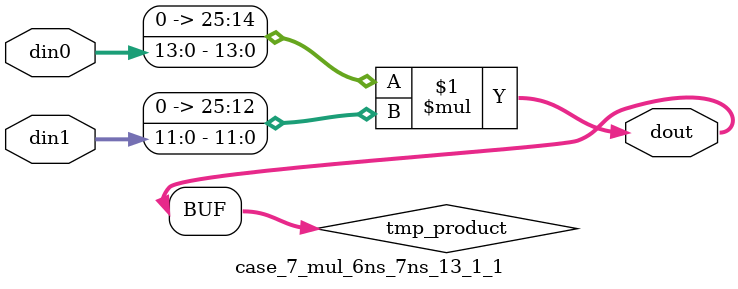
<source format=v>

`timescale 1 ns / 1 ps

 (* use_dsp = "no" *)  module case_7_mul_6ns_7ns_13_1_1(din0, din1, dout);
parameter ID = 1;
parameter NUM_STAGE = 0;
parameter din0_WIDTH = 14;
parameter din1_WIDTH = 12;
parameter dout_WIDTH = 26;

input [din0_WIDTH - 1 : 0] din0; 
input [din1_WIDTH - 1 : 0] din1; 
output [dout_WIDTH - 1 : 0] dout;

wire signed [dout_WIDTH - 1 : 0] tmp_product;
























assign tmp_product = $signed({1'b0, din0}) * $signed({1'b0, din1});











assign dout = tmp_product;





















endmodule

</source>
